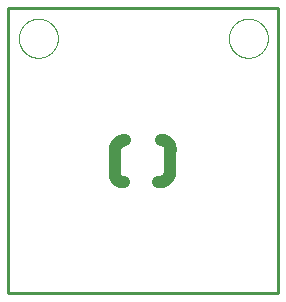
<source format=gko>
G75*
%MOIN*%
%OFA0B0*%
%FSLAX25Y25*%
%IPPOS*%
%LPD*%
%AMOC8*
5,1,8,0,0,1.08239X$1,22.5*
%
%ADD10C,0.01000*%
%ADD11C,0.03937*%
%ADD12C,0.00000*%
D10*
X0113333Y0040000D02*
X0203333Y0040000D01*
X0203333Y0135000D01*
X0113333Y0135000D01*
X0113333Y0040000D01*
D11*
X0151333Y0077000D02*
X0151833Y0077000D01*
X0151334Y0077000D02*
X0151228Y0077015D01*
X0151122Y0077035D01*
X0151017Y0077058D01*
X0150913Y0077084D01*
X0150810Y0077115D01*
X0150708Y0077149D01*
X0150608Y0077187D01*
X0150509Y0077229D01*
X0150412Y0077274D01*
X0150316Y0077323D01*
X0150222Y0077376D01*
X0150130Y0077432D01*
X0150041Y0077491D01*
X0149953Y0077553D01*
X0149868Y0077619D01*
X0149786Y0077687D01*
X0149706Y0077759D01*
X0149628Y0077833D01*
X0149554Y0077911D01*
X0149482Y0077991D01*
X0149413Y0078073D01*
X0149348Y0078158D01*
X0149285Y0078246D01*
X0149226Y0078335D01*
X0149170Y0078427D01*
X0149118Y0078521D01*
X0149069Y0078616D01*
X0149024Y0078714D01*
X0148982Y0078813D01*
X0148944Y0078913D01*
X0148909Y0079015D01*
X0148879Y0079118D01*
X0148852Y0079222D01*
X0148829Y0079326D01*
X0148810Y0079432D01*
X0148794Y0079538D01*
X0148783Y0079645D01*
X0148776Y0079752D01*
X0148772Y0079860D01*
X0148773Y0079967D01*
X0148777Y0080074D01*
X0148786Y0080181D01*
X0148798Y0080288D01*
X0148814Y0080394D01*
X0148834Y0080500D01*
X0148833Y0080500D02*
X0148833Y0086500D01*
X0148807Y0086616D01*
X0148785Y0086733D01*
X0148766Y0086851D01*
X0148751Y0086969D01*
X0148740Y0087088D01*
X0148733Y0087207D01*
X0148729Y0087326D01*
X0148730Y0087445D01*
X0148734Y0087564D01*
X0148742Y0087683D01*
X0148754Y0087802D01*
X0148770Y0087920D01*
X0148790Y0088037D01*
X0148814Y0088154D01*
X0148841Y0088270D01*
X0148872Y0088385D01*
X0148907Y0088499D01*
X0148945Y0088612D01*
X0148987Y0088724D01*
X0149033Y0088834D01*
X0149082Y0088942D01*
X0149135Y0089049D01*
X0149191Y0089154D01*
X0149251Y0089257D01*
X0149314Y0089359D01*
X0149380Y0089458D01*
X0149449Y0089555D01*
X0149521Y0089649D01*
X0149597Y0089742D01*
X0149675Y0089832D01*
X0149756Y0089919D01*
X0149840Y0090003D01*
X0149927Y0090085D01*
X0150016Y0090164D01*
X0150108Y0090240D01*
X0150203Y0090313D01*
X0150299Y0090383D01*
X0150398Y0090449D01*
X0150499Y0090513D01*
X0150602Y0090573D01*
X0150707Y0090629D01*
X0150813Y0090683D01*
X0150921Y0090733D01*
X0151031Y0090779D01*
X0151142Y0090822D01*
X0151255Y0090861D01*
X0151369Y0090896D01*
X0151484Y0090928D01*
X0151600Y0090956D01*
X0151716Y0090980D01*
X0151834Y0091000D01*
X0151833Y0091000D02*
X0152333Y0091000D01*
X0164333Y0091000D02*
X0164833Y0091000D01*
X0164939Y0090985D01*
X0165045Y0090965D01*
X0165150Y0090942D01*
X0165254Y0090916D01*
X0165357Y0090885D01*
X0165459Y0090851D01*
X0165559Y0090813D01*
X0165658Y0090771D01*
X0165755Y0090726D01*
X0165851Y0090677D01*
X0165945Y0090624D01*
X0166037Y0090568D01*
X0166126Y0090509D01*
X0166214Y0090447D01*
X0166299Y0090381D01*
X0166381Y0090313D01*
X0166461Y0090241D01*
X0166539Y0090167D01*
X0166613Y0090089D01*
X0166685Y0090009D01*
X0166754Y0089927D01*
X0166819Y0089842D01*
X0166882Y0089754D01*
X0166941Y0089665D01*
X0166997Y0089573D01*
X0167049Y0089479D01*
X0167098Y0089384D01*
X0167143Y0089286D01*
X0167185Y0089187D01*
X0167223Y0089087D01*
X0167258Y0088985D01*
X0167288Y0088882D01*
X0167315Y0088778D01*
X0167338Y0088674D01*
X0167357Y0088568D01*
X0167373Y0088462D01*
X0167384Y0088355D01*
X0167391Y0088248D01*
X0167395Y0088140D01*
X0167394Y0088033D01*
X0167390Y0087926D01*
X0167381Y0087819D01*
X0167369Y0087712D01*
X0167353Y0087606D01*
X0167333Y0087500D01*
X0167333Y0081500D01*
X0167351Y0081378D01*
X0167366Y0081256D01*
X0167376Y0081133D01*
X0167383Y0081010D01*
X0167386Y0080887D01*
X0167385Y0080764D01*
X0167380Y0080640D01*
X0167371Y0080518D01*
X0167358Y0080395D01*
X0167341Y0080273D01*
X0167321Y0080152D01*
X0167296Y0080031D01*
X0167268Y0079911D01*
X0167236Y0079792D01*
X0167200Y0079674D01*
X0167160Y0079558D01*
X0167117Y0079442D01*
X0167070Y0079328D01*
X0167020Y0079216D01*
X0166966Y0079105D01*
X0166908Y0078996D01*
X0166847Y0078889D01*
X0166783Y0078784D01*
X0166715Y0078681D01*
X0166644Y0078581D01*
X0166570Y0078482D01*
X0166493Y0078386D01*
X0166413Y0078293D01*
X0166330Y0078202D01*
X0166244Y0078114D01*
X0166155Y0078028D01*
X0166064Y0077945D01*
X0165970Y0077866D01*
X0165873Y0077789D01*
X0165774Y0077716D01*
X0165673Y0077645D01*
X0165570Y0077578D01*
X0165464Y0077515D01*
X0165357Y0077454D01*
X0165248Y0077397D01*
X0165137Y0077344D01*
X0165024Y0077294D01*
X0164910Y0077248D01*
X0164794Y0077205D01*
X0164678Y0077166D01*
X0164560Y0077131D01*
X0164440Y0077100D01*
X0164320Y0077072D01*
X0164200Y0077048D01*
X0164078Y0077028D01*
X0163956Y0077012D01*
X0163833Y0077000D01*
X0163333Y0077000D01*
D12*
X0186833Y0125000D02*
X0186835Y0125161D01*
X0186841Y0125321D01*
X0186851Y0125482D01*
X0186865Y0125642D01*
X0186883Y0125802D01*
X0186904Y0125961D01*
X0186930Y0126120D01*
X0186960Y0126278D01*
X0186993Y0126435D01*
X0187031Y0126592D01*
X0187072Y0126747D01*
X0187117Y0126901D01*
X0187166Y0127054D01*
X0187219Y0127206D01*
X0187275Y0127357D01*
X0187336Y0127506D01*
X0187399Y0127654D01*
X0187467Y0127800D01*
X0187538Y0127944D01*
X0187612Y0128086D01*
X0187690Y0128227D01*
X0187772Y0128365D01*
X0187857Y0128502D01*
X0187945Y0128636D01*
X0188037Y0128768D01*
X0188132Y0128898D01*
X0188230Y0129026D01*
X0188331Y0129151D01*
X0188435Y0129273D01*
X0188542Y0129393D01*
X0188652Y0129510D01*
X0188765Y0129625D01*
X0188881Y0129736D01*
X0189000Y0129845D01*
X0189121Y0129950D01*
X0189245Y0130053D01*
X0189371Y0130153D01*
X0189499Y0130249D01*
X0189630Y0130342D01*
X0189764Y0130432D01*
X0189899Y0130519D01*
X0190037Y0130602D01*
X0190176Y0130682D01*
X0190318Y0130758D01*
X0190461Y0130831D01*
X0190606Y0130900D01*
X0190753Y0130966D01*
X0190901Y0131028D01*
X0191051Y0131086D01*
X0191202Y0131141D01*
X0191355Y0131192D01*
X0191509Y0131239D01*
X0191664Y0131282D01*
X0191820Y0131321D01*
X0191976Y0131357D01*
X0192134Y0131388D01*
X0192292Y0131416D01*
X0192451Y0131440D01*
X0192611Y0131460D01*
X0192771Y0131476D01*
X0192931Y0131488D01*
X0193092Y0131496D01*
X0193253Y0131500D01*
X0193413Y0131500D01*
X0193574Y0131496D01*
X0193735Y0131488D01*
X0193895Y0131476D01*
X0194055Y0131460D01*
X0194215Y0131440D01*
X0194374Y0131416D01*
X0194532Y0131388D01*
X0194690Y0131357D01*
X0194846Y0131321D01*
X0195002Y0131282D01*
X0195157Y0131239D01*
X0195311Y0131192D01*
X0195464Y0131141D01*
X0195615Y0131086D01*
X0195765Y0131028D01*
X0195913Y0130966D01*
X0196060Y0130900D01*
X0196205Y0130831D01*
X0196348Y0130758D01*
X0196490Y0130682D01*
X0196629Y0130602D01*
X0196767Y0130519D01*
X0196902Y0130432D01*
X0197036Y0130342D01*
X0197167Y0130249D01*
X0197295Y0130153D01*
X0197421Y0130053D01*
X0197545Y0129950D01*
X0197666Y0129845D01*
X0197785Y0129736D01*
X0197901Y0129625D01*
X0198014Y0129510D01*
X0198124Y0129393D01*
X0198231Y0129273D01*
X0198335Y0129151D01*
X0198436Y0129026D01*
X0198534Y0128898D01*
X0198629Y0128768D01*
X0198721Y0128636D01*
X0198809Y0128502D01*
X0198894Y0128365D01*
X0198976Y0128227D01*
X0199054Y0128086D01*
X0199128Y0127944D01*
X0199199Y0127800D01*
X0199267Y0127654D01*
X0199330Y0127506D01*
X0199391Y0127357D01*
X0199447Y0127206D01*
X0199500Y0127054D01*
X0199549Y0126901D01*
X0199594Y0126747D01*
X0199635Y0126592D01*
X0199673Y0126435D01*
X0199706Y0126278D01*
X0199736Y0126120D01*
X0199762Y0125961D01*
X0199783Y0125802D01*
X0199801Y0125642D01*
X0199815Y0125482D01*
X0199825Y0125321D01*
X0199831Y0125161D01*
X0199833Y0125000D01*
X0199831Y0124839D01*
X0199825Y0124679D01*
X0199815Y0124518D01*
X0199801Y0124358D01*
X0199783Y0124198D01*
X0199762Y0124039D01*
X0199736Y0123880D01*
X0199706Y0123722D01*
X0199673Y0123565D01*
X0199635Y0123408D01*
X0199594Y0123253D01*
X0199549Y0123099D01*
X0199500Y0122946D01*
X0199447Y0122794D01*
X0199391Y0122643D01*
X0199330Y0122494D01*
X0199267Y0122346D01*
X0199199Y0122200D01*
X0199128Y0122056D01*
X0199054Y0121914D01*
X0198976Y0121773D01*
X0198894Y0121635D01*
X0198809Y0121498D01*
X0198721Y0121364D01*
X0198629Y0121232D01*
X0198534Y0121102D01*
X0198436Y0120974D01*
X0198335Y0120849D01*
X0198231Y0120727D01*
X0198124Y0120607D01*
X0198014Y0120490D01*
X0197901Y0120375D01*
X0197785Y0120264D01*
X0197666Y0120155D01*
X0197545Y0120050D01*
X0197421Y0119947D01*
X0197295Y0119847D01*
X0197167Y0119751D01*
X0197036Y0119658D01*
X0196902Y0119568D01*
X0196767Y0119481D01*
X0196629Y0119398D01*
X0196490Y0119318D01*
X0196348Y0119242D01*
X0196205Y0119169D01*
X0196060Y0119100D01*
X0195913Y0119034D01*
X0195765Y0118972D01*
X0195615Y0118914D01*
X0195464Y0118859D01*
X0195311Y0118808D01*
X0195157Y0118761D01*
X0195002Y0118718D01*
X0194846Y0118679D01*
X0194690Y0118643D01*
X0194532Y0118612D01*
X0194374Y0118584D01*
X0194215Y0118560D01*
X0194055Y0118540D01*
X0193895Y0118524D01*
X0193735Y0118512D01*
X0193574Y0118504D01*
X0193413Y0118500D01*
X0193253Y0118500D01*
X0193092Y0118504D01*
X0192931Y0118512D01*
X0192771Y0118524D01*
X0192611Y0118540D01*
X0192451Y0118560D01*
X0192292Y0118584D01*
X0192134Y0118612D01*
X0191976Y0118643D01*
X0191820Y0118679D01*
X0191664Y0118718D01*
X0191509Y0118761D01*
X0191355Y0118808D01*
X0191202Y0118859D01*
X0191051Y0118914D01*
X0190901Y0118972D01*
X0190753Y0119034D01*
X0190606Y0119100D01*
X0190461Y0119169D01*
X0190318Y0119242D01*
X0190176Y0119318D01*
X0190037Y0119398D01*
X0189899Y0119481D01*
X0189764Y0119568D01*
X0189630Y0119658D01*
X0189499Y0119751D01*
X0189371Y0119847D01*
X0189245Y0119947D01*
X0189121Y0120050D01*
X0189000Y0120155D01*
X0188881Y0120264D01*
X0188765Y0120375D01*
X0188652Y0120490D01*
X0188542Y0120607D01*
X0188435Y0120727D01*
X0188331Y0120849D01*
X0188230Y0120974D01*
X0188132Y0121102D01*
X0188037Y0121232D01*
X0187945Y0121364D01*
X0187857Y0121498D01*
X0187772Y0121635D01*
X0187690Y0121773D01*
X0187612Y0121914D01*
X0187538Y0122056D01*
X0187467Y0122200D01*
X0187399Y0122346D01*
X0187336Y0122494D01*
X0187275Y0122643D01*
X0187219Y0122794D01*
X0187166Y0122946D01*
X0187117Y0123099D01*
X0187072Y0123253D01*
X0187031Y0123408D01*
X0186993Y0123565D01*
X0186960Y0123722D01*
X0186930Y0123880D01*
X0186904Y0124039D01*
X0186883Y0124198D01*
X0186865Y0124358D01*
X0186851Y0124518D01*
X0186841Y0124679D01*
X0186835Y0124839D01*
X0186833Y0125000D01*
X0116833Y0125000D02*
X0116835Y0125161D01*
X0116841Y0125321D01*
X0116851Y0125482D01*
X0116865Y0125642D01*
X0116883Y0125802D01*
X0116904Y0125961D01*
X0116930Y0126120D01*
X0116960Y0126278D01*
X0116993Y0126435D01*
X0117031Y0126592D01*
X0117072Y0126747D01*
X0117117Y0126901D01*
X0117166Y0127054D01*
X0117219Y0127206D01*
X0117275Y0127357D01*
X0117336Y0127506D01*
X0117399Y0127654D01*
X0117467Y0127800D01*
X0117538Y0127944D01*
X0117612Y0128086D01*
X0117690Y0128227D01*
X0117772Y0128365D01*
X0117857Y0128502D01*
X0117945Y0128636D01*
X0118037Y0128768D01*
X0118132Y0128898D01*
X0118230Y0129026D01*
X0118331Y0129151D01*
X0118435Y0129273D01*
X0118542Y0129393D01*
X0118652Y0129510D01*
X0118765Y0129625D01*
X0118881Y0129736D01*
X0119000Y0129845D01*
X0119121Y0129950D01*
X0119245Y0130053D01*
X0119371Y0130153D01*
X0119499Y0130249D01*
X0119630Y0130342D01*
X0119764Y0130432D01*
X0119899Y0130519D01*
X0120037Y0130602D01*
X0120176Y0130682D01*
X0120318Y0130758D01*
X0120461Y0130831D01*
X0120606Y0130900D01*
X0120753Y0130966D01*
X0120901Y0131028D01*
X0121051Y0131086D01*
X0121202Y0131141D01*
X0121355Y0131192D01*
X0121509Y0131239D01*
X0121664Y0131282D01*
X0121820Y0131321D01*
X0121976Y0131357D01*
X0122134Y0131388D01*
X0122292Y0131416D01*
X0122451Y0131440D01*
X0122611Y0131460D01*
X0122771Y0131476D01*
X0122931Y0131488D01*
X0123092Y0131496D01*
X0123253Y0131500D01*
X0123413Y0131500D01*
X0123574Y0131496D01*
X0123735Y0131488D01*
X0123895Y0131476D01*
X0124055Y0131460D01*
X0124215Y0131440D01*
X0124374Y0131416D01*
X0124532Y0131388D01*
X0124690Y0131357D01*
X0124846Y0131321D01*
X0125002Y0131282D01*
X0125157Y0131239D01*
X0125311Y0131192D01*
X0125464Y0131141D01*
X0125615Y0131086D01*
X0125765Y0131028D01*
X0125913Y0130966D01*
X0126060Y0130900D01*
X0126205Y0130831D01*
X0126348Y0130758D01*
X0126490Y0130682D01*
X0126629Y0130602D01*
X0126767Y0130519D01*
X0126902Y0130432D01*
X0127036Y0130342D01*
X0127167Y0130249D01*
X0127295Y0130153D01*
X0127421Y0130053D01*
X0127545Y0129950D01*
X0127666Y0129845D01*
X0127785Y0129736D01*
X0127901Y0129625D01*
X0128014Y0129510D01*
X0128124Y0129393D01*
X0128231Y0129273D01*
X0128335Y0129151D01*
X0128436Y0129026D01*
X0128534Y0128898D01*
X0128629Y0128768D01*
X0128721Y0128636D01*
X0128809Y0128502D01*
X0128894Y0128365D01*
X0128976Y0128227D01*
X0129054Y0128086D01*
X0129128Y0127944D01*
X0129199Y0127800D01*
X0129267Y0127654D01*
X0129330Y0127506D01*
X0129391Y0127357D01*
X0129447Y0127206D01*
X0129500Y0127054D01*
X0129549Y0126901D01*
X0129594Y0126747D01*
X0129635Y0126592D01*
X0129673Y0126435D01*
X0129706Y0126278D01*
X0129736Y0126120D01*
X0129762Y0125961D01*
X0129783Y0125802D01*
X0129801Y0125642D01*
X0129815Y0125482D01*
X0129825Y0125321D01*
X0129831Y0125161D01*
X0129833Y0125000D01*
X0129831Y0124839D01*
X0129825Y0124679D01*
X0129815Y0124518D01*
X0129801Y0124358D01*
X0129783Y0124198D01*
X0129762Y0124039D01*
X0129736Y0123880D01*
X0129706Y0123722D01*
X0129673Y0123565D01*
X0129635Y0123408D01*
X0129594Y0123253D01*
X0129549Y0123099D01*
X0129500Y0122946D01*
X0129447Y0122794D01*
X0129391Y0122643D01*
X0129330Y0122494D01*
X0129267Y0122346D01*
X0129199Y0122200D01*
X0129128Y0122056D01*
X0129054Y0121914D01*
X0128976Y0121773D01*
X0128894Y0121635D01*
X0128809Y0121498D01*
X0128721Y0121364D01*
X0128629Y0121232D01*
X0128534Y0121102D01*
X0128436Y0120974D01*
X0128335Y0120849D01*
X0128231Y0120727D01*
X0128124Y0120607D01*
X0128014Y0120490D01*
X0127901Y0120375D01*
X0127785Y0120264D01*
X0127666Y0120155D01*
X0127545Y0120050D01*
X0127421Y0119947D01*
X0127295Y0119847D01*
X0127167Y0119751D01*
X0127036Y0119658D01*
X0126902Y0119568D01*
X0126767Y0119481D01*
X0126629Y0119398D01*
X0126490Y0119318D01*
X0126348Y0119242D01*
X0126205Y0119169D01*
X0126060Y0119100D01*
X0125913Y0119034D01*
X0125765Y0118972D01*
X0125615Y0118914D01*
X0125464Y0118859D01*
X0125311Y0118808D01*
X0125157Y0118761D01*
X0125002Y0118718D01*
X0124846Y0118679D01*
X0124690Y0118643D01*
X0124532Y0118612D01*
X0124374Y0118584D01*
X0124215Y0118560D01*
X0124055Y0118540D01*
X0123895Y0118524D01*
X0123735Y0118512D01*
X0123574Y0118504D01*
X0123413Y0118500D01*
X0123253Y0118500D01*
X0123092Y0118504D01*
X0122931Y0118512D01*
X0122771Y0118524D01*
X0122611Y0118540D01*
X0122451Y0118560D01*
X0122292Y0118584D01*
X0122134Y0118612D01*
X0121976Y0118643D01*
X0121820Y0118679D01*
X0121664Y0118718D01*
X0121509Y0118761D01*
X0121355Y0118808D01*
X0121202Y0118859D01*
X0121051Y0118914D01*
X0120901Y0118972D01*
X0120753Y0119034D01*
X0120606Y0119100D01*
X0120461Y0119169D01*
X0120318Y0119242D01*
X0120176Y0119318D01*
X0120037Y0119398D01*
X0119899Y0119481D01*
X0119764Y0119568D01*
X0119630Y0119658D01*
X0119499Y0119751D01*
X0119371Y0119847D01*
X0119245Y0119947D01*
X0119121Y0120050D01*
X0119000Y0120155D01*
X0118881Y0120264D01*
X0118765Y0120375D01*
X0118652Y0120490D01*
X0118542Y0120607D01*
X0118435Y0120727D01*
X0118331Y0120849D01*
X0118230Y0120974D01*
X0118132Y0121102D01*
X0118037Y0121232D01*
X0117945Y0121364D01*
X0117857Y0121498D01*
X0117772Y0121635D01*
X0117690Y0121773D01*
X0117612Y0121914D01*
X0117538Y0122056D01*
X0117467Y0122200D01*
X0117399Y0122346D01*
X0117336Y0122494D01*
X0117275Y0122643D01*
X0117219Y0122794D01*
X0117166Y0122946D01*
X0117117Y0123099D01*
X0117072Y0123253D01*
X0117031Y0123408D01*
X0116993Y0123565D01*
X0116960Y0123722D01*
X0116930Y0123880D01*
X0116904Y0124039D01*
X0116883Y0124198D01*
X0116865Y0124358D01*
X0116851Y0124518D01*
X0116841Y0124679D01*
X0116835Y0124839D01*
X0116833Y0125000D01*
M02*

</source>
